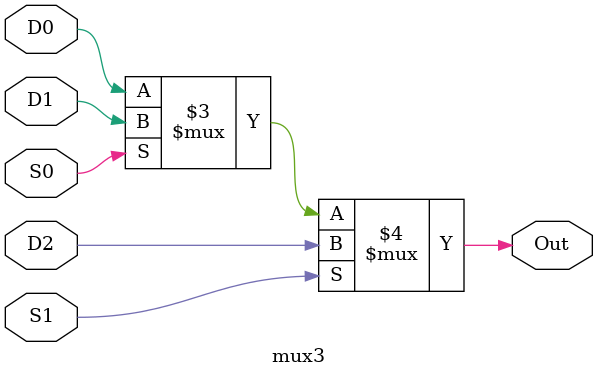
<source format=v>
module mux3(D0,D1,D2,S0,S1,Out);
parameter W=1;
input [W-1:0] D0,D1,D2;
input S0,S1;
output   [W-1:0]Out;

assign Out =(S1==0)? ((S0==0)? D0:D1):D2 ;

endmodule
/*module mux3_df(D0,D1,D2,S0,S1,Out);

input D0,D1,D2,S0,S1;
output reg Out;

always @(*) begin
	if (!S1&&!S0)
	Out=D0;
	else if(!S1&&S0)
	Out=D1
	else
	Out=D2	
end

 endmodule



/*module mux3_tb();

mux3 m1(D0,D1,D2,S0,S1,Out);




endmodule*/

</source>
